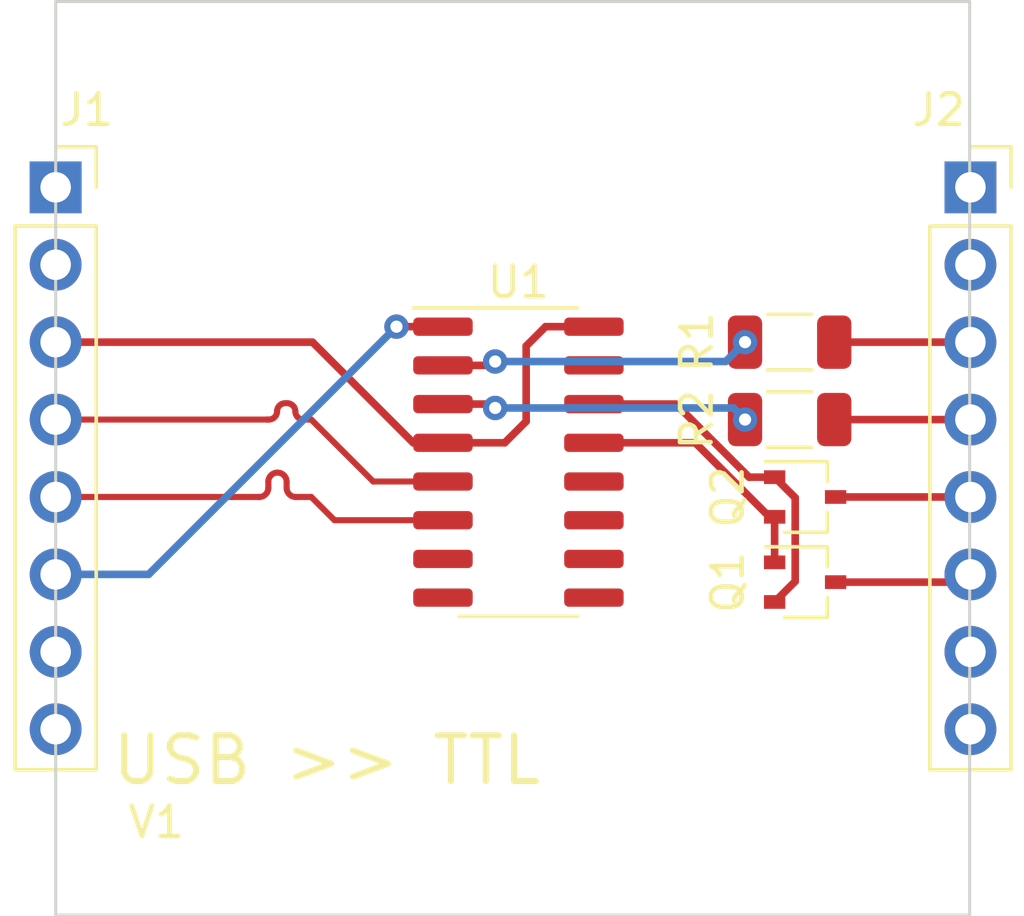
<source format=kicad_pcb>
(kicad_pcb (version 20210722) (generator pcbnew)
  (layers (0 "F.Cu" signal) (31 "B.Cu" signal) (34 "B.Paste" user) (35 "F.Paste" user) (36 "B.SilkS" user "B.Silkscreen") (37 "F.SilkS" user "F.Silkscreen") (38 "B.Mask" user) (39 "F.Mask" user) (44 "Edge.Cuts" user))
  (net 0 "")
  (net 1 "GND")
  (net 2 "+3V3")
  (net 3 "USB D+")
  (net 4 "USB D-")
  (net 5 "TTL TX")
  (net 6 "TTL RX")
  (net 7 "IO0")
  (net 8 "EN")
  (net 9 "/~{DTR}")
  (net 10 "/~{RTS}")
  (net 11 "Net-(R1-Pad1)")
  (net 12 "Net-(R2-Pad1)")
  (net 13 "unconnected-(U1-Pad8)")
  (footprint "Connector_PinSocket_2.54mm:PinSocket_1x08_P2.54mm_Vertical" (layer "F.Cu") (at 129.54 84.836)
    (fp_text reference "J1" (at 1.016 -2.54) (layer "F.SilkS"))
    (fp_text value "Input")
    (fp_line (start 0 -1.33) (end 1.33 -1.33) (layer "F.SilkS") (width 0.12))
    (fp_line (start -1.33 1.27) (end 1.33 1.27) (layer "F.SilkS") (width 0.12))
    (fp_line (start -1.33 19.11) (end 1.33 19.11) (layer "F.SilkS") (width 0.12))
    (fp_line (start -1.33 1.27) (end -1.33 19.11) (layer "F.SilkS") (width 0.12))
    (fp_line (start 1.33 -1.33) (end 1.33 0) (layer "F.SilkS") (width 0.12))
    (fp_line (start 1.33 1.27) (end 1.33 19.11) (layer "F.SilkS") (width 0.12))
    (pad "1" thru_hole rect locked (at 0 0) (size 1.7 1.7) (drill 1) (layers *.Cu *.Mask))
    (pad "2" thru_hole oval locked (at 0 2.54) (size 1.7 1.7) (drill 1) (layers *.Cu *.Mask))
    (pad "3" thru_hole oval locked (at 0 5.08) (size 1.7 1.7) (drill 1) (layers *.Cu *.Mask) (net 2 "+3V3"))
    (pad "4" thru_hole oval locked (at 0 7.62) (size 1.7 1.7) (drill 1) (layers *.Cu *.Mask) (net 3 "USB D+"))
    (pad "5" thru_hole oval locked (at 0 10.16) (size 1.7 1.7) (drill 1) (layers *.Cu *.Mask) (net 4 "USB D-"))
    (pad "6" thru_hole oval locked (at 0 12.7) (size 1.7 1.7) (drill 1) (layers *.Cu *.Mask) (net 1 "GND"))
    (pad "7" thru_hole oval locked (at 0 15.24) (size 1.7 1.7) (drill 1) (layers *.Cu *.Mask))
    (pad "8" thru_hole oval locked (at 0 17.78) (size 1.7 1.7) (drill 1) (layers *.Cu *.Mask))
  )
  (footprint "Package_SO:SOIC-16_3.9x9.9mm_P1.27mm" (layer "F.Cu") (at 144.715 93.853)
    (fp_text reference "U1" (at 0 -5.9) (layer "F.SilkS"))
    (fp_text value "CH340B")
    (fp_line (start 0 5.06) (end -1.95 5.06) (layer "F.SilkS") (width 0.12))
    (fp_line (start 0 -5.06) (end 1.95 -5.06) (layer "F.SilkS") (width 0.12))
    (fp_line (start 0 -5.06) (end -3.45 -5.06) (layer "F.SilkS") (width 0.12))
    (fp_line (start 0 5.06) (end 1.95 5.06) (layer "F.SilkS") (width 0.12))
    (pad "1" smd roundrect locked (at -2.475 -4.445) (size 1.95 0.6) (layers "F.Cu" "F.Paste" "F.Mask") (net 1 "GND"))
    (pad "2" smd roundrect locked (at -2.475 -3.175) (size 1.95 0.6) (layers "F.Cu" "F.Paste" "F.Mask") (net 11 "Net-(R1-Pad1)"))
    (pad "3" smd roundrect locked (at -2.475 -1.905) (size 1.95 0.6) (layers "F.Cu" "F.Paste" "F.Mask") (net 12 "Net-(R2-Pad1)"))
    (pad "4" smd roundrect locked (at -2.475 -0.635) (size 1.95 0.6) (layers "F.Cu" "F.Paste" "F.Mask") (net 2 "+3V3"))
    (pad "5" smd roundrect locked (at -2.475 0.635) (size 1.95 0.6) (layers "F.Cu" "F.Paste" "F.Mask") (net 3 "USB D+"))
    (pad "6" smd roundrect locked (at -2.475 1.905) (size 1.95 0.6) (layers "F.Cu" "F.Paste" "F.Mask") (net 4 "USB D-"))
    (pad "7" smd roundrect locked (at -2.475 3.175) (size 1.95 0.6) (layers "F.Cu" "F.Paste" "F.Mask"))
    (pad "8" smd roundrect locked (at -2.475 4.445) (size 1.95 0.6) (layers "F.Cu" "F.Paste" "F.Mask"))
    (pad "9" smd roundrect locked (at 2.475 4.445) (size 1.95 0.6) (layers "F.Cu" "F.Paste" "F.Mask"))
    (pad "10" smd roundrect locked (at 2.475 3.175) (size 1.95 0.6) (layers "F.Cu" "F.Paste" "F.Mask"))
    (pad "11" smd roundrect locked (at 2.475 1.905) (size 1.95 0.6) (layers "F.Cu" "F.Paste" "F.Mask"))
    (pad "12" smd roundrect locked (at 2.475 0.635) (size 1.95 0.6) (layers "F.Cu" "F.Paste" "F.Mask"))
    (pad "13" smd roundrect locked (at 2.475 -0.635) (size 1.95 0.6) (layers "F.Cu" "F.Paste" "F.Mask") (net 9 "/~{DTR}"))
    (pad "14" smd roundrect locked (at 2.475 -1.905) (size 1.95 0.6) (layers "F.Cu" "F.Paste" "F.Mask") (net 10 "/~{RTS}"))
    (pad "15" smd roundrect locked (at 2.475 -3.175) (size 1.95 0.6) (layers "F.Cu" "F.Paste" "F.Mask"))
    (pad "16" smd roundrect locked (at 2.475 -4.445) (size 1.95 0.6) (layers "F.Cu" "F.Paste" "F.Mask") (net 2 "+3V3"))
  )
  (footprint "Resistor_SMD:R_1206_3216Metric" (layer "F.Cu") (at 153.6085 92.456)
    (fp_text reference "R2" (at -3.048 0 90) (layer "F.SilkS"))
    (fp_text value "0")
    (fp_line (start -0.727064 0.91) (end 0.727064 0.91) (layer "F.SilkS") (width 0.12))
    (fp_line (start -0.727064 -0.91) (end 0.727064 -0.91) (layer "F.SilkS") (width 0.12))
    (pad "1" smd roundrect locked (at -1.4625 0) (size 1.125 1.75) (layers "F.Cu" "F.Paste" "F.Mask") (roundrect_rratio 0.222222) (net 12 "Net-(R2-Pad1)"))
    (pad "2" smd roundrect locked (at 1.4625 0) (size 1.125 1.75) (layers "F.Cu" "F.Paste" "F.Mask") (roundrect_rratio 0.222222) (net 6 "TTL RX"))
  )
  (footprint "Resistor_SMD:R_1206_3216Metric" (layer "F.Cu") (at 153.6085 89.916)
    (fp_text reference "R1" (at -3.048 0 90) (layer "F.SilkS"))
    (fp_text value "0")
    (fp_line (start -0.727064 0.91) (end 0.727064 0.91) (layer "F.SilkS") (width 0.12))
    (fp_line (start -0.727064 -0.91) (end 0.727064 -0.91) (layer "F.SilkS") (width 0.12))
    (pad "1" smd roundrect locked (at -1.4625 0) (size 1.125 1.75) (layers "F.Cu" "F.Paste" "F.Mask") (roundrect_rratio 0.222222) (net 11 "Net-(R1-Pad1)"))
    (pad "2" smd roundrect locked (at 1.4625 0) (size 1.125 1.75) (layers "F.Cu" "F.Paste" "F.Mask") (roundrect_rratio 0.222222) (net 5 "TTL TX"))
  )
  (footprint "Package_TO_SOT_SMD:SOT-323_SC-70" (layer "F.Cu") (at 154.1165 97.79)
    (fp_text reference "Q1" (at -2.54 0 90) (layer "F.SilkS"))
    (fp_text value "DTC143T")
    (fp_line (start -0.68 1.16) (end 0.73 1.16) (layer "F.SilkS") (width 0.12))
    (fp_line (start 0.73 -1.16) (end 0.73 -0.5) (layer "F.SilkS") (width 0.12))
    (fp_line (start 0.73 0.5) (end 0.73 1.16) (layer "F.SilkS") (width 0.12))
    (fp_line (start 0.73 -1.16) (end -1.3 -1.16) (layer "F.SilkS") (width 0.12))
    (pad "1" smd rect locked (at -1 -0.65 270) (size 0.45 0.7) (layers "F.Cu" "F.Paste" "F.Mask") (net 9 "/~{DTR}"))
    (pad "2" smd rect locked (at -1 0.65 270) (size 0.45 0.7) (layers "F.Cu" "F.Paste" "F.Mask") (net 10 "/~{RTS}"))
    (pad "3" smd rect locked (at 1 0 270) (size 0.45 0.7) (layers "F.Cu" "F.Paste" "F.Mask") (net 8 "EN"))
  )
  (footprint "Connector_PinSocket_2.54mm:PinSocket_1x08_P2.54mm_Vertical" (layer "F.Cu") (at 159.537 84.836)
    (fp_text reference "J2" (at -1.041 -2.54) (layer "F.SilkS"))
    (fp_text value "Output")
    (fp_line (start -1.33 1.27) (end 1.33 1.27) (layer "F.SilkS") (width 0.12))
    (fp_line (start -1.33 1.27) (end -1.33 19.11) (layer "F.SilkS") (width 0.12))
    (fp_line (start 1.33 -1.33) (end 1.33 0) (layer "F.SilkS") (width 0.12))
    (fp_line (start -1.33 19.11) (end 1.33 19.11) (layer "F.SilkS") (width 0.12))
    (fp_line (start 0 -1.33) (end 1.33 -1.33) (layer "F.SilkS") (width 0.12))
    (fp_line (start 1.33 1.27) (end 1.33 19.11) (layer "F.SilkS") (width 0.12))
    (pad "1" thru_hole rect locked (at 0 0) (size 1.7 1.7) (drill 1) (layers *.Cu *.Mask))
    (pad "2" thru_hole oval locked (at 0 2.54) (size 1.7 1.7) (drill 1) (layers *.Cu *.Mask))
    (pad "3" thru_hole oval locked (at 0 5.08) (size 1.7 1.7) (drill 1) (layers *.Cu *.Mask) (net 5 "TTL TX"))
    (pad "4" thru_hole oval locked (at 0 7.62) (size 1.7 1.7) (drill 1) (layers *.Cu *.Mask) (net 6 "TTL RX"))
    (pad "5" thru_hole oval locked (at 0 10.16) (size 1.7 1.7) (drill 1) (layers *.Cu *.Mask) (net 7 "IO0"))
    (pad "6" thru_hole oval locked (at 0 12.7) (size 1.7 1.7) (drill 1) (layers *.Cu *.Mask) (net 8 "EN"))
    (pad "7" thru_hole oval locked (at 0 15.24) (size 1.7 1.7) (drill 1) (layers *.Cu *.Mask))
    (pad "8" thru_hole oval locked (at 0 17.78) (size 1.7 1.7) (drill 1) (layers *.Cu *.Mask))
  )
  (footprint "Package_TO_SOT_SMD:SOT-323_SC-70" (layer "F.Cu") (at 154.1165 94.996)
    (fp_text reference "Q2" (at -2.54 0 90) (layer "F.SilkS"))
    (fp_text value "DTC143T")
    (fp_line (start -0.68 1.16) (end 0.73 1.16) (layer "F.SilkS") (width 0.12))
    (fp_line (start 0.73 0.5) (end 0.73 1.16) (layer "F.SilkS") (width 0.12))
    (fp_line (start 0.73 -1.16) (end -1.3 -1.16) (layer "F.SilkS") (width 0.12))
    (fp_line (start 0.73 -1.16) (end 0.73 -0.5) (layer "F.SilkS") (width 0.12))
    (pad "1" smd rect locked (at -1 -0.65 270) (size 0.45 0.7) (layers "F.Cu" "F.Paste" "F.Mask") (net 10 "/~{RTS}"))
    (pad "2" smd rect locked (at -1 0.65 270) (size 0.45 0.7) (layers "F.Cu" "F.Paste" "F.Mask") (net 9 "/~{DTR}"))
    (pad "3" smd rect locked (at 1 0 270) (size 0.45 0.7) (layers "F.Cu" "F.Paste" "F.Mask") (net 7 "IO0"))
  )
  (gr_rect (start 129.54 78.74) (end 159.512 108.712) (layer "Edge.Cuts") (width 0.1) (fill none))
  (gr_text "V1" (at 132.842 105.664) (layer "F.SilkS") (effects (font (size 1 1))))
  (gr_text "USB >> TTL" (at 138.43 103.632) (layer "F.SilkS") (effects (font (size 1.5 1.5) (thickness 0.2))))
  (segment (start 142.24 89.408) (end 140.716 89.408) (width 0.25) (layer "F.Cu") (net 1))
  (via (at 140.716 89.408) (size 0.8) (drill 0.4) (layers "F.Cu" "B.Cu") (net 1))
  (segment (start 132.588 97.536) (end 129.66502 97.536) (width 0.25) (layer "B.Cu") (net 1))
  (segment (start 140.716 89.408) (end 132.588 97.536) (width 0.25) (layer "B.Cu") (net 1))
  (segment (start 142.24 93.218) (end 144.266856 93.218) (width 0.25) (layer "F.Cu") (net 2))
  (segment (start 144.969 90.043) (end 145.604 89.408) (width 0.25) (layer "F.Cu") (net 2))
  (segment (start 142.24 93.218) (end 141.265 93.218) (width 0.25) (layer "F.Cu") (net 2))
  (segment (start 144.969 92.515856) (end 144.969 90.043) (width 0.25) (layer "F.Cu") (net 2))
  (segment (start 141.265 93.218) (end 137.963 89.916) (width 0.25) (layer "F.Cu") (net 2))
  (segment (start 145.604 89.408) (end 147.19 89.408) (width 0.25) (layer "F.Cu") (net 2))
  (segment (start 137.963 89.916) (end 129.66502 89.916) (width 0.25) (layer "F.Cu") (net 2))
  (segment (start 144.266856 93.218) (end 144.969 92.515856) (width 0.25) (layer "F.Cu") (net 2))
  (segment (start 137.131306 91.919306) (end 137.068 91.919306) (width 0.2) (layer "F.Cu") (net 3))
  (segment (start 136.468 92.456) (end 129.64002 92.456) (width 0.2) (layer "F.Cu") (net 3))
  (segment (start 142.24 94.488) (end 139.954 94.488) (width 0.2) (layer "F.Cu") (net 3))
  (segment (start 137.922 92.456) (end 137.668 92.456) (width 0.2) (layer "F.Cu") (net 3))
  (segment (start 136.531306 92.456) (end 136.468 92.456) (width 0.2) (layer "F.Cu") (net 3))
  (segment (start 139.954 94.488) (end 137.922 92.456) (width 0.2) (layer "F.Cu") (net 3))
  (arc (start 136.799653 92.187653) (mid 136.721056 92.377403) (end 136.531306 92.456) (width 0.2) (layer "F.Cu") (net 3))
  (arc (start 137.399653 92.187653) (mid 137.321056 91.997903) (end 137.131306 91.919306) (width 0.2) (layer "F.Cu") (net 3))
  (arc (start 137.068 91.919306) (mid 136.87825 91.997903) (end 136.799653 92.187653) (width 0.2) (layer "F.Cu") (net 3))
  (arc (start 137.668 92.456) (mid 137.47825 92.377403) (end 137.399653 92.187653) (width 0.2) (layer "F.Cu") (net 3))
  (segment (start 137.114 94.696) (end 137.114 94.496281) (width 0.2) (layer "F.Cu") (net 4))
  (segment (start 136.214 94.996) (end 135.318987 94.996) (width 0.2) (layer "F.Cu") (net 4))
  (segment (start 137.922 94.996) (end 137.414 94.996) (width 0.2) (layer "F.Cu") (net 4))
  (segment (start 136.514 94.496281) (end 136.514 94.696) (width 0.2) (layer "F.Cu") (net 4))
  (segment (start 138.684 95.758) (end 137.922 94.996) (width 0.2) (layer "F.Cu") (net 4))
  (segment (start 142.24 95.758) (end 138.684 95.758) (width 0.2) (layer "F.Cu") (net 4))
  (segment (start 135.318987 94.996) (end 129.64002 94.996) (width 0.2) (layer "F.Cu") (net 4))
  (arc (start 136.814 94.196281) (mid 136.601868 94.284149) (end 136.514 94.496281) (width 0.2) (layer "F.Cu") (net 4))
  (arc (start 136.514 94.696) (mid 136.426132 94.908132) (end 136.214 94.996) (width 0.2) (layer "F.Cu") (net 4))
  (arc (start 137.414 94.996) (mid 137.201868 94.908132) (end 137.114 94.696) (width 0.2) (layer "F.Cu") (net 4))
  (arc (start 137.114 94.496281) (mid 137.026132 94.284149) (end 136.814 94.196281) (width 0.2) (layer "F.Cu") (net 4))
  (segment (start 155.071 89.916) (end 159.38698 89.916) (width 0.25) (layer "F.Cu") (net 5))
  (segment (start 155.071 92.456) (end 159.38698 92.456) (width 0.25) (layer "F.Cu") (net 6))
  (segment (start 155.1165 94.996) (end 159.38698 94.996) (width 0.25) (layer "F.Cu") (net 7))
  (segment (start 159.38698 97.536) (end 159.13298 97.79) (width 0.25) (layer "F.Cu") (net 8))
  (segment (start 155.1165 97.79) (end 159.283 97.79) (width 0.25) (layer "F.Cu") (net 8))
  (segment (start 159.38698 97.68602) (end 159.38698 97.536) (width 0.25) (layer "F.Cu") (net 8))
  (segment (start 159.283 97.79) (end 159.38698 97.68602) (width 0.25) (layer "F.Cu") (net 8))
  (segment (start 153.1165 97.14) (end 153.1165 95.646) (width 0.25) (layer "F.Cu") (net 9))
  (segment (start 147.19 93.218) (end 150.51523 93.218) (width 0.25) (layer "F.Cu") (net 9))
  (segment (start 152.94323 95.646) (end 153.1165 95.646) (width 0.25) (layer "F.Cu") (net 9))
  (segment (start 150.51523 93.218) (end 152.94323 95.646) (width 0.25) (layer "F.Cu") (net 9))
  (segment (start 152.278934 94.346) (end 153.1165 94.346) (width 0.25) (layer "F.Cu") (net 10))
  (segment (start 147.19 91.948) (end 149.880934 91.948) (width 0.25) (layer "F.Cu") (net 10))
  (segment (start 153.1165 94.346) (end 153.791011 95.020511) (width 0.25) (layer "F.Cu") (net 10))
  (segment (start 149.880934 91.948) (end 152.278934 94.346) (width 0.25) (layer "F.Cu") (net 10))
  (segment (start 153.791011 95.020511) (end 153.791011 97.765489) (width 0.25) (layer "F.Cu") (net 10))
  (segment (start 153.791011 97.765489) (end 153.1165 98.44) (width 0.25) (layer "F.Cu") (net 10))
  (segment (start 142.24 90.678) (end 143.826 90.678) (width 0.25) (layer "F.Cu") (net 11))
  (segment (start 143.826 90.678) (end 143.953 90.551) (width 0.25) (layer "F.Cu") (net 11))
  (via (at 143.953 90.551) (size 0.8) (drill 0.4) (layers "F.Cu" "B.Cu") (net 11))
  (via (at 152.146 89.916) (size 0.8) (drill 0.4) (layers "F.Cu" "B.Cu") (net 11))
  (segment (start 151.511 90.551) (end 152.146 89.916) (width 0.25) (layer "B.Cu") (net 11))
  (segment (start 143.953 90.551) (end 151.511 90.551) (width 0.25) (layer "B.Cu") (net 11))
  (segment (start 143.826 91.948) (end 143.953 92.075) (width 0.25) (layer "F.Cu") (net 12))
  (segment (start 142.24 91.948) (end 143.826 91.948) (width 0.25) (layer "F.Cu") (net 12))
  (via (at 152.146 92.456) (size 0.8) (drill 0.4) (layers "F.Cu" "B.Cu") (net 12))
  (via (at 143.953 92.075) (size 0.8) (drill 0.4) (layers "F.Cu" "B.Cu") (net 12))
  (segment (start 151.765 92.075) (end 152.146 92.456) (width 0.25) (layer "B.Cu") (net 12))
  (segment (start 143.953 92.075) (end 151.765 92.075) (width 0.25) (layer "B.Cu") (net 12))
  (segment (start 141.65023 98.298) (end 142.24 98.298) (width 0.25) (layer "F.Cu") (net 13))
)
</source>
